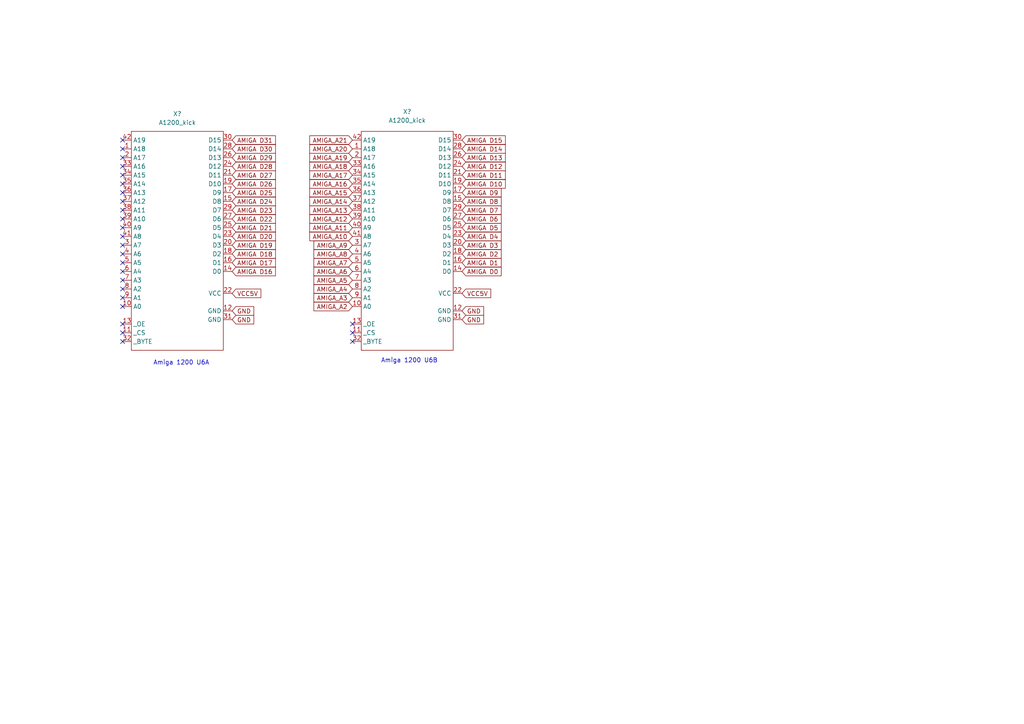
<source format=kicad_sch>
(kicad_sch (version 20211123) (generator eeschema)
  (paper "A4")
  (lib_symbols
    (symbol "FreeVision:A1200_kick"
      (property "Reference" "X" (at 0 0 0))
      (property "Value" "A1200_kick" (at 0 0 0))
      (symbol "A1200_kick_0_1"
        (rectangle (start -12.7 0) (end 13.97 -63.5))
      )
      (symbol "A1200_kick_1_1"
        (pin input line (at -15.24 -5.08 0) (length 2.54) (name "A18") (number "1"))
        (pin input line (at -15.24 -50.8 0) (length 2.54) (name "A0") (number "10"))
        (pin input line (at -15.24 -58.42 0) (length 2.54) (name "_CS") (number "11"))
        (pin input line (at 16.51 -52.07 180) (length 2.54) (name "GND") (number "12"))
        (pin input line (at -15.24 -55.88 0) (length 2.54) (name "_OE") (number "13"))
        (pin input line (at 16.51 -40.64 180) (length 2.54) (name "D0") (number "14"))
        (pin input line (at 16.51 -20.32 180) (length 2.54) (name "D8") (number "15"))
        (pin input line (at 16.51 -38.1 180) (length 2.54) (name "D1") (number "16"))
        (pin input line (at 16.51 -17.78 180) (length 2.54) (name "D9") (number "17"))
        (pin input line (at 16.51 -35.56 180) (length 2.54) (name "D2") (number "18"))
        (pin input line (at 16.51 -15.24 180) (length 2.54) (name "D10") (number "19"))
        (pin input line (at -15.24 -7.62 0) (length 2.54) (name "A17") (number "2"))
        (pin input line (at 16.51 -33.02 180) (length 2.54) (name "D3") (number "20"))
        (pin input line (at 16.51 -12.7 180) (length 2.54) (name "D11") (number "21"))
        (pin input line (at 16.51 -46.99 180) (length 2.54) (name "VCC") (number "22"))
        (pin input line (at 16.51 -30.48 180) (length 2.54) (name "D4") (number "23"))
        (pin input line (at 16.51 -10.16 180) (length 2.54) (name "D12") (number "24"))
        (pin input line (at 16.51 -27.94 180) (length 2.54) (name "D5") (number "25"))
        (pin input line (at 16.51 -7.62 180) (length 2.54) (name "D13") (number "26"))
        (pin input line (at 16.51 -25.4 180) (length 2.54) (name "D6") (number "27"))
        (pin input line (at 16.51 -5.08 180) (length 2.54) (name "D14") (number "28"))
        (pin input line (at 16.51 -22.86 180) (length 2.54) (name "D7") (number "29"))
        (pin input line (at -15.24 -33.02 0) (length 2.54) (name "A7") (number "3"))
        (pin input line (at 16.51 -2.54 180) (length 2.54) (name "D15") (number "30"))
        (pin input line (at 16.51 -54.61 180) (length 2.54) (name "GND") (number "31"))
        (pin input line (at -15.24 -60.96 0) (length 2.54) (name "_BYTE") (number "32"))
        (pin input line (at -15.24 -10.16 0) (length 2.54) (name "A16") (number "33"))
        (pin input line (at -15.24 -12.7 0) (length 2.54) (name "A15") (number "34"))
        (pin input line (at -15.24 -15.24 0) (length 2.54) (name "A14") (number "35"))
        (pin input line (at -15.24 -17.78 0) (length 2.54) (name "A13") (number "36"))
        (pin input line (at -15.24 -20.32 0) (length 2.54) (name "A12") (number "37"))
        (pin input line (at -15.24 -22.86 0) (length 2.54) (name "A11") (number "38"))
        (pin input line (at -15.24 -25.4 0) (length 2.54) (name "A10") (number "39"))
        (pin input line (at -15.24 -35.56 0) (length 2.54) (name "A6") (number "4"))
        (pin input line (at -15.24 -27.94 0) (length 2.54) (name "A9") (number "40"))
        (pin input line (at -15.24 -30.48 0) (length 2.54) (name "A8") (number "41"))
        (pin input line (at -15.24 -2.54 0) (length 2.54) (name "A19") (number "42"))
        (pin input line (at -15.24 -38.1 0) (length 2.54) (name "A5") (number "5"))
        (pin input line (at -15.24 -40.64 0) (length 2.54) (name "A4") (number "6"))
        (pin input line (at -15.24 -43.18 0) (length 2.54) (name "A3") (number "7"))
        (pin input line (at -15.24 -45.72 0) (length 2.54) (name "A2") (number "8"))
        (pin input line (at -15.24 -48.26 0) (length 2.54) (name "A1") (number "9"))
      )
    )
  )
  (no_connect (at 35.56 78.74))
  (no_connect (at 102.235 96.52))
  (no_connect (at 102.235 99.06))
  (no_connect (at 35.56 93.98))
  (no_connect (at 35.56 88.9))
  (no_connect (at 35.56 83.82))
  (no_connect (at 35.56 53.34))
  (no_connect (at 35.56 45.72))
  (no_connect (at 35.56 76.2))
  (no_connect (at 35.56 55.88))
  (no_connect (at 35.56 96.52))
  (no_connect (at 35.56 58.42))
  (no_connect (at 35.56 99.06))
  (no_connect (at 35.56 68.58))
  (no_connect (at 35.56 60.96))
  (no_connect (at 35.56 50.8))
  (no_connect (at 35.56 71.12))
  (no_connect (at 35.56 48.26))
  (no_connect (at 35.56 73.66))
  (no_connect (at 102.235 93.98))
  (no_connect (at 35.56 81.28))
  (no_connect (at 35.56 66.04))
  (no_connect (at 35.56 40.64))
  (no_connect (at 35.56 86.36))
  (no_connect (at 35.56 43.18))
  (no_connect (at 35.56 63.5))
  (text "Amiga 1200 U6B " (at 110.49 105.41 0) (effects (font (size 1.27 1.27)) (justify left bottom)))
  (text "Amiga 1200 U6A" (at 44.45 106.045 0) (effects (font (size 1.27 1.27)) (justify left bottom)))
  (global_label "AMIGA D3" (shape input) (at 133.985 71.12 0) (property "Intersheet References" "${INTERSHEET_REFS}" (effects hide)))
  (global_label "AMIGA_A5" (shape input) (at 102.235 81.28 180) (property "Intersheet References" "${INTERSHEET_REFS}" (effects hide)))
  (global_label "AMIGA D18" (shape input) (at 67.31 73.66 0) (property "Intersheet References" "${INTERSHEET_REFS}" (effects hide)))
  (global_label "AMIGA_A2" (shape input) (at 102.235 88.9 180) (property "Intersheet References" "${INTERSHEET_REFS}" (effects hide)))
  (global_label "AMIGA_A11" (shape input) (at 102.235 66.04 180) (property "Intersheet References" "${INTERSHEET_REFS}" (effects hide)))
  (global_label "AMIGA_A3" (shape input) (at 102.235 86.36 180) (property "Intersheet References" "${INTERSHEET_REFS}" (effects hide)))
  (global_label "AMIGA_A4" (shape input) (at 102.235 83.82 180) (property "Intersheet References" "${INTERSHEET_REFS}" (effects hide)))
  (global_label "AMIGA D4" (shape input) (at 133.985 68.58 0) (property "Intersheet References" "${INTERSHEET_REFS}" (effects hide)))
  (global_label "AMIGA D2" (shape input) (at 133.985 73.66 0) (property "Intersheet References" "${INTERSHEET_REFS}" (effects hide)))
  (global_label "AMIGA_A20" (shape input) (at 102.235 43.18 180) (property "Intersheet References" "${INTERSHEET_REFS}" (effects hide)))
  (global_label "AMIGA D27" (shape input) (at 67.31 50.8 0) (property "Intersheet References" "${INTERSHEET_REFS}" (effects hide)))
  (global_label "AMIGA D21" (shape input) (at 67.31 66.04 0) (property "Intersheet References" "${INTERSHEET_REFS}" (effects hide)))
  (global_label "AMIGA_A17" (shape input) (at 102.235 50.8 180) (property "Intersheet References" "${INTERSHEET_REFS}" (effects hide)))
  (global_label "AMIGA_A6" (shape input) (at 102.235 78.74 180) (property "Intersheet References" "${INTERSHEET_REFS}" (effects hide)))
  (global_label "AMIGA D10" (shape input) (at 133.985 53.34 0) (property "Intersheet References" "${INTERSHEET_REFS}" (effects hide)))
  (global_label "AMIGA D31" (shape input) (at 67.31 40.64 0) (property "Intersheet References" "${INTERSHEET_REFS}" (effects hide)))
  (global_label "GND" (shape input) (at 67.31 90.17 0) (property "Intersheet References" "${INTERSHEET_REFS}" (effects hide)))
  (global_label "AMIGA_A9" (shape input) (at 102.235 71.12 180) (property "Intersheet References" "${INTERSHEET_REFS}" (effects hide)))
  (global_label "AMIGA D20" (shape input) (at 67.31 68.58 0) (property "Intersheet References" "${INTERSHEET_REFS}" (effects hide)))
  (global_label "AMIGA D0" (shape input) (at 133.985 78.74 0) (property "Intersheet References" "${INTERSHEET_REFS}" (effects hide)))
  (global_label "AMIGA D11" (shape input) (at 133.985 50.8 0) (property "Intersheet References" "${INTERSHEET_REFS}" (effects hide)))
  (global_label "AMIGA D28" (shape input) (at 67.31 48.26 0) (property "Intersheet References" "${INTERSHEET_REFS}" (effects hide)))
  (global_label "AMIGA_A10" (shape input) (at 102.235 68.58 180) (property "Intersheet References" "${INTERSHEET_REFS}" (effects hide)))
  (global_label "AMIGA D13" (shape input) (at 133.985 45.72 0) (property "Intersheet References" "${INTERSHEET_REFS}" (effects hide)))
  (global_label "VCC5V" (shape input) (at 67.31 85.09 0) (property "Intersheet References" "${INTERSHEET_REFS}" (effects hide)))
  (global_label "AMIGA D29" (shape input) (at 67.31 45.72 0) (property "Intersheet References" "${INTERSHEET_REFS}" (effects hide)))
  (global_label "AMIGA D26" (shape input) (at 67.31 53.34 0) (property "Intersheet References" "${INTERSHEET_REFS}" (effects hide)))
  (global_label "AMIGA D24" (shape input) (at 67.31 58.42 0) (property "Intersheet References" "${INTERSHEET_REFS}" (effects hide)))
  (global_label "AMIGA D16" (shape input) (at 67.31 78.74 0) (property "Intersheet References" "${INTERSHEET_REFS}" (effects hide)))
  (global_label "AMIGA D7" (shape input) (at 133.985 60.96 0) (property "Intersheet References" "${INTERSHEET_REFS}" (effects hide)))
  (global_label "AMIGA_A14" (shape input) (at 102.235 58.42 180) (property "Intersheet References" "${INTERSHEET_REFS}" (effects hide)))
  (global_label "AMIGA D30" (shape input) (at 67.31 43.18 0) (property "Intersheet References" "${INTERSHEET_REFS}" (effects hide)))
  (global_label "AMIGA_A15" (shape input) (at 102.235 55.88 180) (property "Intersheet References" "${INTERSHEET_REFS}" (effects hide)))
  (global_label "AMIGA D15" (shape input) (at 133.985 40.64 0) (property "Intersheet References" "${INTERSHEET_REFS}" (effects hide)))
  (global_label "AMIGA D5" (shape input) (at 133.985 66.04 0) (property "Intersheet References" "${INTERSHEET_REFS}" (effects hide)))
  (global_label "AMIGA D14" (shape input) (at 133.985 43.18 0) (property "Intersheet References" "${INTERSHEET_REFS}" (effects hide)))
  (global_label "GND" (shape input) (at 133.985 92.71 0) (property "Intersheet References" "${INTERSHEET_REFS}" (effects hide)))
  (global_label "AMIGA_A13" (shape input) (at 102.235 60.96 180) (property "Intersheet References" "${INTERSHEET_REFS}" (effects hide)))
  (global_label "AMIGA D17" (shape input) (at 67.31 76.2 0) (property "Intersheet References" "${INTERSHEET_REFS}" (effects hide)))
  (global_label "AMIGA D23" (shape input) (at 67.31 60.96 0) (property "Intersheet References" "${INTERSHEET_REFS}" (effects hide)))
  (global_label "AMIGA_A12" (shape input) (at 102.235 63.5 180) (property "Intersheet References" "${INTERSHEET_REFS}" (effects hide)))
  (global_label "AMIGA D1" (shape input) (at 133.985 76.2 0) (property "Intersheet References" "${INTERSHEET_REFS}" (effects hide)))
  (global_label "AMIGA D12" (shape input) (at 133.985 48.26 0) (property "Intersheet References" "${INTERSHEET_REFS}" (effects hide)))
  (global_label "VCC5V" (shape input) (at 133.985 85.09 0) (property "Intersheet References" "${INTERSHEET_REFS}" (effects hide)))
  (global_label "GND" (shape input) (at 67.31 92.71 0) (property "Intersheet References" "${INTERSHEET_REFS}" (effects hide)))
  (global_label "AMIGA D25" (shape input) (at 67.31 55.88 0) (property "Intersheet References" "${INTERSHEET_REFS}" (effects hide)))
  (global_label "AMIGA D9" (shape input) (at 133.985 55.88 0) (property "Intersheet References" "${INTERSHEET_REFS}" (effects hide)))
  (global_label "AMIGA_A7" (shape input) (at 102.235 76.2 180) (property "Intersheet References" "${INTERSHEET_REFS}" (effects hide)))
  (global_label "AMIGA D8" (shape input) (at 133.985 58.42 0) (property "Intersheet References" "${INTERSHEET_REFS}" (effects hide)))
  (global_label "AMIGA_A8" (shape input) (at 102.235 73.66 180) (property "Intersheet References" "${INTERSHEET_REFS}" (effects hide)))
  (global_label "AMIGA D19" (shape input) (at 67.31 71.12 0) (property "Intersheet References" "${INTERSHEET_REFS}" (effects hide)))
  (global_label "GND" (shape input) (at 133.985 90.17 0) (property "Intersheet References" "${INTERSHEET_REFS}" (effects hide)))
  (global_label "AMIGA_A18" (shape input) (at 102.235 48.26 180) (property "Intersheet References" "${INTERSHEET_REFS}" (effects hide)))
  (global_label "AMIGA D22" (shape input) (at 67.31 63.5 0) (property "Intersheet References" "${INTERSHEET_REFS}" (effects hide)))
  (global_label "AMIGA_A21" (shape input) (at 102.235 40.64 180) (property "Intersheet References" "${INTERSHEET_REFS}" (effects hide)))
  (global_label "AMIGA_A19" (shape input) (at 102.235 45.72 180) (property "Intersheet References" "${INTERSHEET_REFS}" (effects hide)))
  (global_label "AMIGA_A16" (shape input) (at 102.235 53.34 180) (property "Intersheet References" "${INTERSHEET_REFS}" (effects hide)))
  (global_label "AMIGA D6" (shape input) (at 133.985 63.5 0) (property "Intersheet References" "${INTERSHEET_REFS}" (effects hide)))
  (symbol (lib_id "FreeVision:A1200_kick") (at 50.8 38.1 0) (unit 1)
    (property "Reference" "X?" (at 51.435 33.02 0))
    (property "Value" "A1200_kick" (at 51.435 35.56 0))
  )
  (symbol (lib_id "FreeVision:A1200_kick") (at 117.475 38.1 0) (unit 1)
    (property "Reference" "X?" (at 118.11 32.385 0))
    (property "Value" "A1200_kick" (at 118.11 34.925 0))
  )
)
</source>
